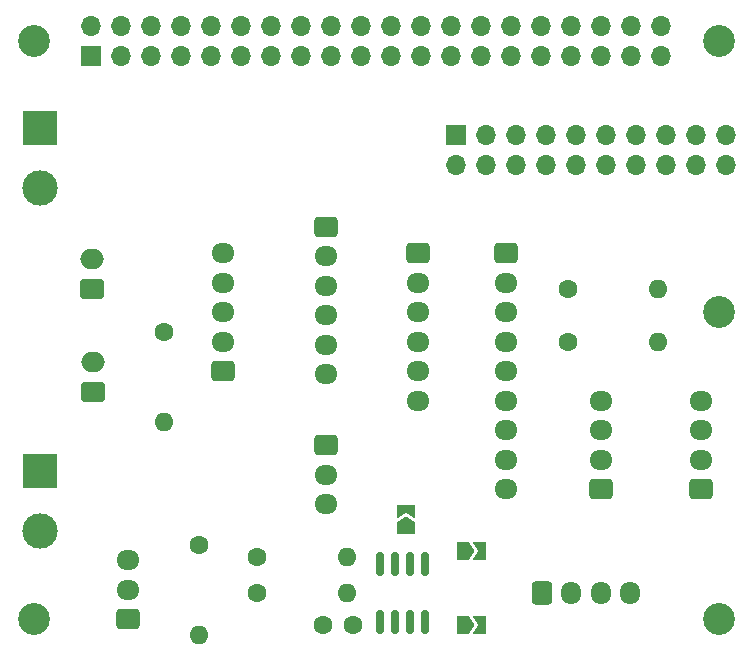
<source format=gts>
G04 #@! TF.GenerationSoftware,KiCad,Pcbnew,8.0.2-8.0.2-0~ubuntu22.04.1*
G04 #@! TF.CreationDate,2024-05-06T17:13:49-07:00*
G04 #@! TF.ProjectId,pifire-main-module-nopwr,70696669-7265-42d6-9d61-696e2d6d6f64,rev?*
G04 #@! TF.SameCoordinates,Original*
G04 #@! TF.FileFunction,Soldermask,Top*
G04 #@! TF.FilePolarity,Negative*
%FSLAX46Y46*%
G04 Gerber Fmt 4.6, Leading zero omitted, Abs format (unit mm)*
G04 Created by KiCad (PCBNEW 8.0.2-8.0.2-0~ubuntu22.04.1) date 2024-05-06 17:13:49*
%MOMM*%
%LPD*%
G01*
G04 APERTURE LIST*
G04 Aperture macros list*
%AMRoundRect*
0 Rectangle with rounded corners*
0 $1 Rounding radius*
0 $2 $3 $4 $5 $6 $7 $8 $9 X,Y pos of 4 corners*
0 Add a 4 corners polygon primitive as box body*
4,1,4,$2,$3,$4,$5,$6,$7,$8,$9,$2,$3,0*
0 Add four circle primitives for the rounded corners*
1,1,$1+$1,$2,$3*
1,1,$1+$1,$4,$5*
1,1,$1+$1,$6,$7*
1,1,$1+$1,$8,$9*
0 Add four rect primitives between the rounded corners*
20,1,$1+$1,$2,$3,$4,$5,0*
20,1,$1+$1,$4,$5,$6,$7,0*
20,1,$1+$1,$6,$7,$8,$9,0*
20,1,$1+$1,$8,$9,$2,$3,0*%
%AMFreePoly0*
4,1,6,1.000000,0.000000,0.500000,-0.750000,-0.500000,-0.750000,-0.500000,0.750000,0.500000,0.750000,1.000000,0.000000,1.000000,0.000000,$1*%
%AMFreePoly1*
4,1,6,0.500000,-0.750000,-0.650000,-0.750000,-0.150000,0.000000,-0.650000,0.750000,0.500000,0.750000,0.500000,-0.750000,0.500000,-0.750000,$1*%
G04 Aperture macros list end*
%ADD10RoundRect,0.250000X-0.725000X0.600000X-0.725000X-0.600000X0.725000X-0.600000X0.725000X0.600000X0*%
%ADD11O,1.950000X1.700000*%
%ADD12RoundRect,0.250000X-0.600000X-0.725000X0.600000X-0.725000X0.600000X0.725000X-0.600000X0.725000X0*%
%ADD13O,1.700000X1.950000*%
%ADD14R,3.000000X3.000000*%
%ADD15C,3.000000*%
%ADD16C,2.700000*%
%ADD17RoundRect,0.250000X0.750000X-0.600000X0.750000X0.600000X-0.750000X0.600000X-0.750000X-0.600000X0*%
%ADD18O,2.000000X1.700000*%
%ADD19C,1.600000*%
%ADD20O,1.600000X1.600000*%
%ADD21FreePoly0,0.000000*%
%ADD22FreePoly1,0.000000*%
%ADD23RoundRect,0.250000X0.725000X-0.600000X0.725000X0.600000X-0.725000X0.600000X-0.725000X-0.600000X0*%
%ADD24R,1.700000X1.700000*%
%ADD25O,1.700000X1.700000*%
%ADD26FreePoly0,90.000000*%
%ADD27FreePoly1,90.000000*%
%ADD28RoundRect,0.150000X0.150000X-0.825000X0.150000X0.825000X-0.150000X0.825000X-0.150000X-0.825000X0*%
G04 APERTURE END LIST*
D10*
X128250000Y-81750000D03*
D11*
X128250000Y-84250000D03*
X128250000Y-86750000D03*
D10*
X128250000Y-63250000D03*
D11*
X128250000Y-65750000D03*
X128250000Y-68250000D03*
X128250000Y-70750000D03*
X128250000Y-73250000D03*
X128250000Y-75750000D03*
D12*
X146500000Y-94250000D03*
D13*
X149000000Y-94250000D03*
X151500000Y-94250000D03*
X154000000Y-94250000D03*
D14*
X104000000Y-54920000D03*
D15*
X104000000Y-60000000D03*
D16*
X161500000Y-47500000D03*
D17*
X108475000Y-77250000D03*
D18*
X108475000Y-74750000D03*
D19*
X148690000Y-73000000D03*
D20*
X156310000Y-73000000D03*
D21*
X139800000Y-90750000D03*
D22*
X141250000Y-90750000D03*
D23*
X111475000Y-96500000D03*
D11*
X111475000Y-94000000D03*
X111475000Y-91500000D03*
D23*
X151500000Y-85500000D03*
D11*
X151500000Y-83000000D03*
X151500000Y-80500000D03*
X151500000Y-78000000D03*
D23*
X119500000Y-75500000D03*
D11*
X119500000Y-73000000D03*
X119500000Y-70500000D03*
X119500000Y-68000000D03*
X119500000Y-65500000D03*
D10*
X143500000Y-65500000D03*
D11*
X143500000Y-68000000D03*
X143500000Y-70500000D03*
X143500000Y-73000000D03*
X143500000Y-75500000D03*
X143500000Y-78000000D03*
X143500000Y-80500000D03*
X143500000Y-83000000D03*
X143500000Y-85500000D03*
D14*
X104000000Y-83960000D03*
D15*
X104000000Y-89040000D03*
D17*
X108450000Y-68500000D03*
D18*
X108450000Y-66000000D03*
D16*
X103500000Y-96500000D03*
X161500000Y-70500000D03*
X103500000Y-47500000D03*
D23*
X160000000Y-85500000D03*
D11*
X160000000Y-83000000D03*
X160000000Y-80500000D03*
X160000000Y-78000000D03*
D19*
X122380000Y-91250000D03*
D20*
X130000000Y-91250000D03*
D24*
X139220000Y-55500000D03*
D25*
X139220000Y-58040000D03*
X141760000Y-55500000D03*
X141760000Y-58040000D03*
X144300000Y-55500000D03*
X144300000Y-58040000D03*
X146840000Y-55500000D03*
X146840000Y-58040000D03*
X149380000Y-55500000D03*
X149380000Y-58040000D03*
X151920000Y-55500000D03*
X151920000Y-58040000D03*
X154460000Y-55500000D03*
X154460000Y-58040000D03*
X157000000Y-55500000D03*
X157000000Y-58040000D03*
X159540000Y-55500000D03*
X159540000Y-58040000D03*
X162080000Y-55500000D03*
X162080000Y-58040000D03*
D19*
X128000000Y-97000000D03*
X130500000Y-97000000D03*
D21*
X139800000Y-97000000D03*
D22*
X141250000Y-97000000D03*
D19*
X122380000Y-94250000D03*
D20*
X130000000Y-94250000D03*
D16*
X161500000Y-96500000D03*
D19*
X148690000Y-68500000D03*
D20*
X156310000Y-68500000D03*
D26*
X135000000Y-88750000D03*
D27*
X135000000Y-87300000D03*
D10*
X136000000Y-65500000D03*
D11*
X136000000Y-68000000D03*
X136000000Y-70500000D03*
X136000000Y-73000000D03*
X136000000Y-75500000D03*
X136000000Y-78000000D03*
D28*
X132845000Y-96725000D03*
X134115000Y-96725000D03*
X135385000Y-96725000D03*
X136655000Y-96725000D03*
X136655000Y-91775000D03*
X135385000Y-91775000D03*
X134115000Y-91775000D03*
X132845000Y-91775000D03*
D19*
X117500000Y-90190000D03*
D20*
X117500000Y-97810000D03*
D19*
X114500000Y-72190000D03*
D20*
X114500000Y-79810000D03*
D24*
X108370000Y-48770000D03*
D25*
X108370000Y-46230000D03*
X110910000Y-48770000D03*
X110910000Y-46230000D03*
X113450000Y-48770000D03*
X113450000Y-46230000D03*
X115990000Y-48770000D03*
X115990000Y-46230000D03*
X118530000Y-48770000D03*
X118530000Y-46230000D03*
X121070000Y-48770000D03*
X121070000Y-46230000D03*
X123610000Y-48770000D03*
X123610000Y-46230000D03*
X126150000Y-48770000D03*
X126150000Y-46230000D03*
X128690000Y-48770000D03*
X128690000Y-46230000D03*
X131230000Y-48770000D03*
X131230000Y-46230000D03*
X133770000Y-48770000D03*
X133770000Y-46230000D03*
X136310000Y-48770000D03*
X136310000Y-46230000D03*
X138850000Y-48770000D03*
X138850000Y-46230000D03*
X141390000Y-48770000D03*
X141390000Y-46230000D03*
X143930000Y-48770000D03*
X143930000Y-46230000D03*
X146470000Y-48770000D03*
X146470000Y-46230000D03*
X149010000Y-48770000D03*
X149010000Y-46230000D03*
X151550000Y-48770000D03*
X151550000Y-46230000D03*
X154090000Y-48770000D03*
X154090000Y-46230000D03*
X156630000Y-48770000D03*
X156630000Y-46230000D03*
M02*

</source>
